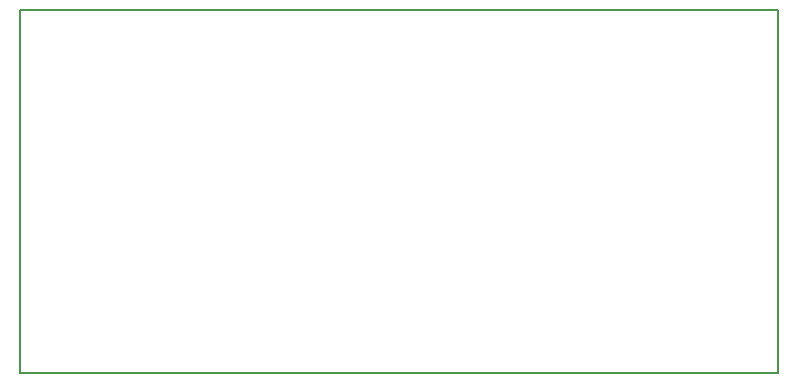
<source format=gbr>
%TF.GenerationSoftware,KiCad,Pcbnew,(6.0.9)*%
%TF.CreationDate,2022-11-24T21:30:44+02:00*%
%TF.ProjectId,transformer,7472616e-7366-46f7-926d-65722e6b6963,rev?*%
%TF.SameCoordinates,Original*%
%TF.FileFunction,Paste,Bot*%
%TF.FilePolarity,Positive*%
%FSLAX46Y46*%
G04 Gerber Fmt 4.6, Leading zero omitted, Abs format (unit mm)*
G04 Created by KiCad (PCBNEW (6.0.9)) date 2022-11-24 21:30:44*
%MOMM*%
%LPD*%
G01*
G04 APERTURE LIST*
%TA.AperFunction,Profile*%
%ADD10C,0.150000*%
%TD*%
G04 APERTURE END LIST*
D10*
X102514400Y-135915400D02*
X166674800Y-135915400D01*
X166674800Y-135915400D02*
X166674800Y-166624000D01*
X166674800Y-166624000D02*
X102514400Y-166624000D01*
X102514400Y-166624000D02*
X102514400Y-135915400D01*
M02*

</source>
